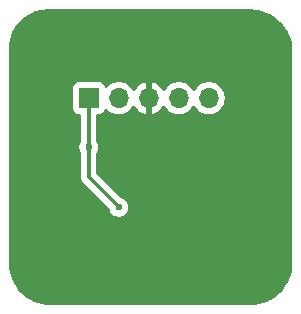
<source format=gbr>
%TF.GenerationSoftware,KiCad,Pcbnew,9.0.0*%
%TF.CreationDate,2026-02-19T11:21:19+01:00*%
%TF.ProjectId,SwitchlessMOD,53776974-6368-46c6-9573-734d4f442e6b,rev?*%
%TF.SameCoordinates,Original*%
%TF.FileFunction,Copper,L2,Bot*%
%TF.FilePolarity,Positive*%
%FSLAX46Y46*%
G04 Gerber Fmt 4.6, Leading zero omitted, Abs format (unit mm)*
G04 Created by KiCad (PCBNEW 9.0.0) date 2026-02-19 11:21:19*
%MOMM*%
%LPD*%
G01*
G04 APERTURE LIST*
%TA.AperFunction,ComponentPad*%
%ADD10R,1.700000X1.700000*%
%TD*%
%TA.AperFunction,ComponentPad*%
%ADD11O,1.700000X1.700000*%
%TD*%
%TA.AperFunction,ViaPad*%
%ADD12C,0.600000*%
%TD*%
%TA.AperFunction,Conductor*%
%ADD13C,0.200000*%
%TD*%
%TA.AperFunction,Conductor*%
%ADD14C,0.300000*%
%TD*%
G04 APERTURE END LIST*
D10*
%TO.P,ICSP1,1,Pin_1*%
%TO.N,RA3*%
X134260000Y-97000000D03*
D11*
%TO.P,ICSP1,2,Pin_2*%
%TO.N,VDD*%
X136800000Y-97000000D03*
%TO.P,ICSP1,3,Pin_3*%
%TO.N,VSS*%
X139340000Y-97000000D03*
%TO.P,ICSP1,4,Pin_4*%
%TO.N,RA0*%
X141880000Y-97000000D03*
%TO.P,ICSP1,5,Pin_5*%
%TO.N,RA1*%
X144420000Y-97000000D03*
%TD*%
D12*
%TO.N,VSS*%
X137000000Y-111500000D03*
X144800000Y-90600000D03*
X142600000Y-111400000D03*
X129250000Y-91250000D03*
X142800000Y-100000000D03*
X149500000Y-91250000D03*
X139400000Y-94800000D03*
X149500000Y-112750000D03*
X143600000Y-102500000D03*
X133900000Y-90600000D03*
X129100000Y-112750000D03*
X137800000Y-100700000D03*
X145400000Y-93000000D03*
X143600000Y-101100000D03*
X141100000Y-107500000D03*
%TO.N,RA3*%
X134250000Y-101150000D03*
X136800000Y-106250000D03*
%TD*%
D13*
%TO.N,RA3*%
X134250000Y-101150000D02*
X134260000Y-101140000D01*
D14*
X134260000Y-101140000D02*
X134260000Y-97000000D01*
X134250000Y-103700000D02*
X134250000Y-101150000D01*
X136800000Y-106250000D02*
X134250000Y-103700000D01*
%TD*%
%TA.AperFunction,Conductor*%
%TO.N,VSS*%
G36*
X148003582Y-89500648D02*
G01*
X148336932Y-89517025D01*
X148349040Y-89518218D01*
X148676697Y-89566821D01*
X148688630Y-89569194D01*
X148850526Y-89609747D01*
X149009954Y-89649682D01*
X149021598Y-89653215D01*
X149092830Y-89678702D01*
X149333477Y-89764807D01*
X149344698Y-89769454D01*
X149644176Y-89911096D01*
X149654884Y-89916820D01*
X149846517Y-90031681D01*
X149939003Y-90087115D01*
X149949121Y-90093875D01*
X150215187Y-90291203D01*
X150224593Y-90298923D01*
X150470032Y-90521376D01*
X150478623Y-90529967D01*
X150614132Y-90679478D01*
X150701076Y-90775406D01*
X150708796Y-90784812D01*
X150906124Y-91050878D01*
X150912884Y-91060996D01*
X151083172Y-91345103D01*
X151088907Y-91355831D01*
X151126056Y-91434377D01*
X151230539Y-91655287D01*
X151235195Y-91666530D01*
X151346784Y-91978401D01*
X151350317Y-91990045D01*
X151430804Y-92311366D01*
X151433178Y-92323302D01*
X151481781Y-92650959D01*
X151482974Y-92663068D01*
X151499351Y-92996416D01*
X151499500Y-93002501D01*
X151499500Y-110996948D01*
X151499351Y-111003033D01*
X151482947Y-111336928D01*
X151481754Y-111349037D01*
X151433151Y-111676694D01*
X151430777Y-111688630D01*
X151350292Y-112009944D01*
X151346759Y-112021588D01*
X151235170Y-112333459D01*
X151230514Y-112344702D01*
X151088885Y-112644151D01*
X151083148Y-112654883D01*
X150912862Y-112938988D01*
X150906102Y-112949106D01*
X150708775Y-113215170D01*
X150701055Y-113224576D01*
X150478611Y-113470006D01*
X150470006Y-113478611D01*
X150224576Y-113701055D01*
X150215170Y-113708775D01*
X149949106Y-113906102D01*
X149938988Y-113912862D01*
X149654883Y-114083148D01*
X149644151Y-114088885D01*
X149344702Y-114230514D01*
X149333459Y-114235170D01*
X149021588Y-114346759D01*
X149009944Y-114350292D01*
X148688630Y-114430777D01*
X148676694Y-114433151D01*
X148349037Y-114481754D01*
X148336928Y-114482947D01*
X148021989Y-114498419D01*
X148003031Y-114499351D01*
X147996949Y-114499500D01*
X131003051Y-114499500D01*
X130996968Y-114499351D01*
X130976900Y-114498365D01*
X130663071Y-114482947D01*
X130650962Y-114481754D01*
X130323305Y-114433151D01*
X130311369Y-114430777D01*
X129990055Y-114350292D01*
X129978411Y-114346759D01*
X129666540Y-114235170D01*
X129655301Y-114230515D01*
X129355844Y-114088883D01*
X129345121Y-114083150D01*
X129061011Y-113912862D01*
X129050893Y-113906102D01*
X128784829Y-113708775D01*
X128775423Y-113701055D01*
X128736475Y-113665755D01*
X128529986Y-113478604D01*
X128521395Y-113470013D01*
X128298944Y-113224576D01*
X128291224Y-113215170D01*
X128093897Y-112949106D01*
X128087137Y-112938988D01*
X127916844Y-112654871D01*
X127911120Y-112644163D01*
X127769479Y-112344688D01*
X127764829Y-112333459D01*
X127653240Y-112021588D01*
X127649707Y-112009944D01*
X127640958Y-111975015D01*
X127569219Y-111688617D01*
X127566848Y-111676694D01*
X127518245Y-111349037D01*
X127517052Y-111336927D01*
X127500649Y-111003032D01*
X127500500Y-110996948D01*
X127500500Y-96102135D01*
X132909500Y-96102135D01*
X132909500Y-97897870D01*
X132909501Y-97897876D01*
X132915908Y-97957483D01*
X132966202Y-98092328D01*
X132966206Y-98092335D01*
X133052452Y-98207544D01*
X133052455Y-98207547D01*
X133167664Y-98293793D01*
X133167671Y-98293797D01*
X133212618Y-98310561D01*
X133302517Y-98344091D01*
X133362127Y-98350500D01*
X133485500Y-98350499D01*
X133552539Y-98370183D01*
X133598294Y-98422987D01*
X133609500Y-98474499D01*
X133609500Y-100630099D01*
X133589815Y-100697138D01*
X133588602Y-100698990D01*
X133540609Y-100770815D01*
X133540602Y-100770828D01*
X133480264Y-100916498D01*
X133480261Y-100916510D01*
X133449500Y-101071153D01*
X133449500Y-101228846D01*
X133480261Y-101383489D01*
X133480264Y-101383501D01*
X133540602Y-101529172D01*
X133540606Y-101529179D01*
X133578602Y-101586044D01*
X133599480Y-101652721D01*
X133599500Y-101654935D01*
X133599500Y-103764069D01*
X133599500Y-103764071D01*
X133599499Y-103764071D01*
X133624497Y-103889738D01*
X133624499Y-103889744D01*
X133673534Y-104008125D01*
X133744726Y-104114673D01*
X133744727Y-104114674D01*
X135982984Y-106352930D01*
X136016469Y-106414253D01*
X136016920Y-106416420D01*
X136030261Y-106483489D01*
X136030264Y-106483501D01*
X136090602Y-106629172D01*
X136090609Y-106629185D01*
X136178210Y-106760288D01*
X136178213Y-106760292D01*
X136289707Y-106871786D01*
X136289711Y-106871789D01*
X136420814Y-106959390D01*
X136420827Y-106959397D01*
X136566498Y-107019735D01*
X136566503Y-107019737D01*
X136721153Y-107050499D01*
X136721156Y-107050500D01*
X136721158Y-107050500D01*
X136878844Y-107050500D01*
X136878845Y-107050499D01*
X137033497Y-107019737D01*
X137179179Y-106959394D01*
X137310289Y-106871789D01*
X137421789Y-106760289D01*
X137509394Y-106629179D01*
X137569737Y-106483497D01*
X137600500Y-106328842D01*
X137600500Y-106171158D01*
X137600500Y-106171155D01*
X137600499Y-106171153D01*
X137569738Y-106016510D01*
X137569737Y-106016503D01*
X137569735Y-106016498D01*
X137509397Y-105870827D01*
X137509390Y-105870814D01*
X137421789Y-105739711D01*
X137421786Y-105739707D01*
X137310292Y-105628213D01*
X137310288Y-105628210D01*
X137179185Y-105540609D01*
X137179172Y-105540602D01*
X137033501Y-105480264D01*
X137033489Y-105480261D01*
X136966420Y-105466920D01*
X136904509Y-105434535D01*
X136902930Y-105432984D01*
X134936819Y-103466873D01*
X134903334Y-103405550D01*
X134900500Y-103379192D01*
X134900500Y-101654935D01*
X134920185Y-101587896D01*
X134921366Y-101586090D01*
X134959394Y-101529179D01*
X135019737Y-101383497D01*
X135050500Y-101228842D01*
X135050500Y-101071158D01*
X135050500Y-101071155D01*
X135050499Y-101071153D01*
X135019738Y-100916510D01*
X135019737Y-100916503D01*
X134959397Y-100770828D01*
X134959397Y-100770827D01*
X134959390Y-100770814D01*
X134931398Y-100728921D01*
X134910520Y-100662243D01*
X134910500Y-100660030D01*
X134910500Y-98474499D01*
X134930185Y-98407460D01*
X134982989Y-98361705D01*
X135034500Y-98350499D01*
X135157871Y-98350499D01*
X135157872Y-98350499D01*
X135217483Y-98344091D01*
X135352331Y-98293796D01*
X135467546Y-98207546D01*
X135553796Y-98092331D01*
X135602810Y-97960916D01*
X135644681Y-97904984D01*
X135710145Y-97880566D01*
X135778418Y-97895417D01*
X135806673Y-97916569D01*
X135920213Y-98030109D01*
X136092179Y-98155048D01*
X136092181Y-98155049D01*
X136092184Y-98155051D01*
X136281588Y-98251557D01*
X136483757Y-98317246D01*
X136693713Y-98350500D01*
X136693714Y-98350500D01*
X136906286Y-98350500D01*
X136906287Y-98350500D01*
X137116243Y-98317246D01*
X137318412Y-98251557D01*
X137507816Y-98155051D01*
X137594138Y-98092335D01*
X137679786Y-98030109D01*
X137679788Y-98030106D01*
X137679792Y-98030104D01*
X137830104Y-97879792D01*
X137830106Y-97879788D01*
X137830109Y-97879786D01*
X137955048Y-97707820D01*
X137955051Y-97707816D01*
X137959793Y-97698508D01*
X138007763Y-97647711D01*
X138075583Y-97630911D01*
X138141719Y-97653445D01*
X138180763Y-97698500D01*
X138185377Y-97707555D01*
X138310272Y-97879459D01*
X138310276Y-97879464D01*
X138460535Y-98029723D01*
X138460540Y-98029727D01*
X138632442Y-98154620D01*
X138821782Y-98251095D01*
X139023871Y-98316757D01*
X139090000Y-98327231D01*
X139090000Y-97433012D01*
X139147007Y-97465925D01*
X139274174Y-97500000D01*
X139405826Y-97500000D01*
X139532993Y-97465925D01*
X139590000Y-97433012D01*
X139590000Y-98327230D01*
X139656126Y-98316757D01*
X139656129Y-98316757D01*
X139858217Y-98251095D01*
X140047557Y-98154620D01*
X140219459Y-98029727D01*
X140219464Y-98029723D01*
X140369723Y-97879464D01*
X140369727Y-97879459D01*
X140494620Y-97707558D01*
X140499232Y-97698507D01*
X140547205Y-97647709D01*
X140615025Y-97630912D01*
X140681161Y-97653447D01*
X140720204Y-97698504D01*
X140724949Y-97707817D01*
X140849890Y-97879786D01*
X141000213Y-98030109D01*
X141172179Y-98155048D01*
X141172181Y-98155049D01*
X141172184Y-98155051D01*
X141361588Y-98251557D01*
X141563757Y-98317246D01*
X141773713Y-98350500D01*
X141773714Y-98350500D01*
X141986286Y-98350500D01*
X141986287Y-98350500D01*
X142196243Y-98317246D01*
X142398412Y-98251557D01*
X142587816Y-98155051D01*
X142674138Y-98092335D01*
X142759786Y-98030109D01*
X142759788Y-98030106D01*
X142759792Y-98030104D01*
X142910104Y-97879792D01*
X142910106Y-97879788D01*
X142910109Y-97879786D01*
X143035048Y-97707820D01*
X143035047Y-97707820D01*
X143035051Y-97707816D01*
X143039514Y-97699054D01*
X143087488Y-97648259D01*
X143155308Y-97631463D01*
X143221444Y-97653999D01*
X143260486Y-97699056D01*
X143264951Y-97707820D01*
X143389890Y-97879786D01*
X143540213Y-98030109D01*
X143712179Y-98155048D01*
X143712181Y-98155049D01*
X143712184Y-98155051D01*
X143901588Y-98251557D01*
X144103757Y-98317246D01*
X144313713Y-98350500D01*
X144313714Y-98350500D01*
X144526286Y-98350500D01*
X144526287Y-98350500D01*
X144736243Y-98317246D01*
X144938412Y-98251557D01*
X145127816Y-98155051D01*
X145214138Y-98092335D01*
X145299786Y-98030109D01*
X145299788Y-98030106D01*
X145299792Y-98030104D01*
X145450104Y-97879792D01*
X145450106Y-97879788D01*
X145450109Y-97879786D01*
X145575048Y-97707820D01*
X145575047Y-97707820D01*
X145575051Y-97707816D01*
X145671557Y-97518412D01*
X145737246Y-97316243D01*
X145770500Y-97106287D01*
X145770500Y-96893713D01*
X145737246Y-96683757D01*
X145671557Y-96481588D01*
X145575051Y-96292184D01*
X145575049Y-96292181D01*
X145575048Y-96292179D01*
X145450109Y-96120213D01*
X145299786Y-95969890D01*
X145127820Y-95844951D01*
X144938414Y-95748444D01*
X144938413Y-95748443D01*
X144938412Y-95748443D01*
X144736243Y-95682754D01*
X144736241Y-95682753D01*
X144736240Y-95682753D01*
X144574957Y-95657208D01*
X144526287Y-95649500D01*
X144313713Y-95649500D01*
X144265042Y-95657208D01*
X144103760Y-95682753D01*
X143901585Y-95748444D01*
X143712179Y-95844951D01*
X143540213Y-95969890D01*
X143389890Y-96120213D01*
X143264949Y-96292182D01*
X143260484Y-96300946D01*
X143212509Y-96351742D01*
X143144688Y-96368536D01*
X143078553Y-96345998D01*
X143039516Y-96300946D01*
X143035050Y-96292182D01*
X142910109Y-96120213D01*
X142759786Y-95969890D01*
X142587820Y-95844951D01*
X142398414Y-95748444D01*
X142398413Y-95748443D01*
X142398412Y-95748443D01*
X142196243Y-95682754D01*
X142196241Y-95682753D01*
X142196240Y-95682753D01*
X142034957Y-95657208D01*
X141986287Y-95649500D01*
X141773713Y-95649500D01*
X141725042Y-95657208D01*
X141563760Y-95682753D01*
X141361585Y-95748444D01*
X141172179Y-95844951D01*
X141000213Y-95969890D01*
X140849890Y-96120213D01*
X140724949Y-96292182D01*
X140720202Y-96301499D01*
X140672227Y-96352293D01*
X140604405Y-96369087D01*
X140538271Y-96346548D01*
X140499234Y-96301495D01*
X140494622Y-96292444D01*
X140369727Y-96120540D01*
X140369723Y-96120535D01*
X140219464Y-95970276D01*
X140219459Y-95970272D01*
X140047557Y-95845379D01*
X139858215Y-95748903D01*
X139656124Y-95683241D01*
X139590000Y-95672768D01*
X139590000Y-96566988D01*
X139532993Y-96534075D01*
X139405826Y-96500000D01*
X139274174Y-96500000D01*
X139147007Y-96534075D01*
X139090000Y-96566988D01*
X139090000Y-95672768D01*
X139089999Y-95672768D01*
X139023875Y-95683241D01*
X138821784Y-95748903D01*
X138632442Y-95845379D01*
X138460540Y-95970272D01*
X138460535Y-95970276D01*
X138310276Y-96120535D01*
X138310272Y-96120540D01*
X138185378Y-96292443D01*
X138180762Y-96301502D01*
X138132784Y-96352295D01*
X138064963Y-96369087D01*
X137998829Y-96346546D01*
X137959794Y-96301493D01*
X137955051Y-96292184D01*
X137955049Y-96292181D01*
X137955048Y-96292179D01*
X137830109Y-96120213D01*
X137679786Y-95969890D01*
X137507820Y-95844951D01*
X137318414Y-95748444D01*
X137318413Y-95748443D01*
X137318412Y-95748443D01*
X137116243Y-95682754D01*
X137116241Y-95682753D01*
X137116240Y-95682753D01*
X136954957Y-95657208D01*
X136906287Y-95649500D01*
X136693713Y-95649500D01*
X136645042Y-95657208D01*
X136483760Y-95682753D01*
X136281585Y-95748444D01*
X136092179Y-95844951D01*
X135920215Y-95969889D01*
X135806673Y-96083431D01*
X135745350Y-96116915D01*
X135675658Y-96111931D01*
X135619725Y-96070059D01*
X135602810Y-96039082D01*
X135553797Y-95907671D01*
X135553793Y-95907664D01*
X135467547Y-95792455D01*
X135467544Y-95792452D01*
X135352335Y-95706206D01*
X135352328Y-95706202D01*
X135217482Y-95655908D01*
X135217483Y-95655908D01*
X135157883Y-95649501D01*
X135157881Y-95649500D01*
X135157873Y-95649500D01*
X135157864Y-95649500D01*
X133362129Y-95649500D01*
X133362123Y-95649501D01*
X133302516Y-95655908D01*
X133167671Y-95706202D01*
X133167664Y-95706206D01*
X133052455Y-95792452D01*
X133052452Y-95792455D01*
X132966206Y-95907664D01*
X132966202Y-95907671D01*
X132915908Y-96042517D01*
X132909501Y-96102116D01*
X132909500Y-96102135D01*
X127500500Y-96102135D01*
X127500500Y-92753246D01*
X127500670Y-92746756D01*
X127517961Y-92416821D01*
X127519318Y-92403913D01*
X127570493Y-92080804D01*
X127573186Y-92068129D01*
X127657863Y-91752113D01*
X127661871Y-91739781D01*
X127779109Y-91434365D01*
X127784375Y-91422536D01*
X127932912Y-91131014D01*
X127939373Y-91119824D01*
X128117570Y-90845425D01*
X128125179Y-90834953D01*
X128331072Y-90580696D01*
X128339739Y-90571071D01*
X128571071Y-90339739D01*
X128580696Y-90331072D01*
X128834953Y-90125179D01*
X128845425Y-90117570D01*
X129119824Y-89939373D01*
X129131014Y-89932912D01*
X129422536Y-89784375D01*
X129434365Y-89779109D01*
X129739785Y-89661869D01*
X129752113Y-89657863D01*
X130068129Y-89573186D01*
X130080804Y-89570493D01*
X130403915Y-89519317D01*
X130416819Y-89517961D01*
X130746756Y-89500669D01*
X130753246Y-89500500D01*
X130815892Y-89500500D01*
X130934108Y-89500500D01*
X147997499Y-89500500D01*
X148003582Y-89500648D01*
G37*
%TD.AperFunction*%
%TD*%
M02*

</source>
